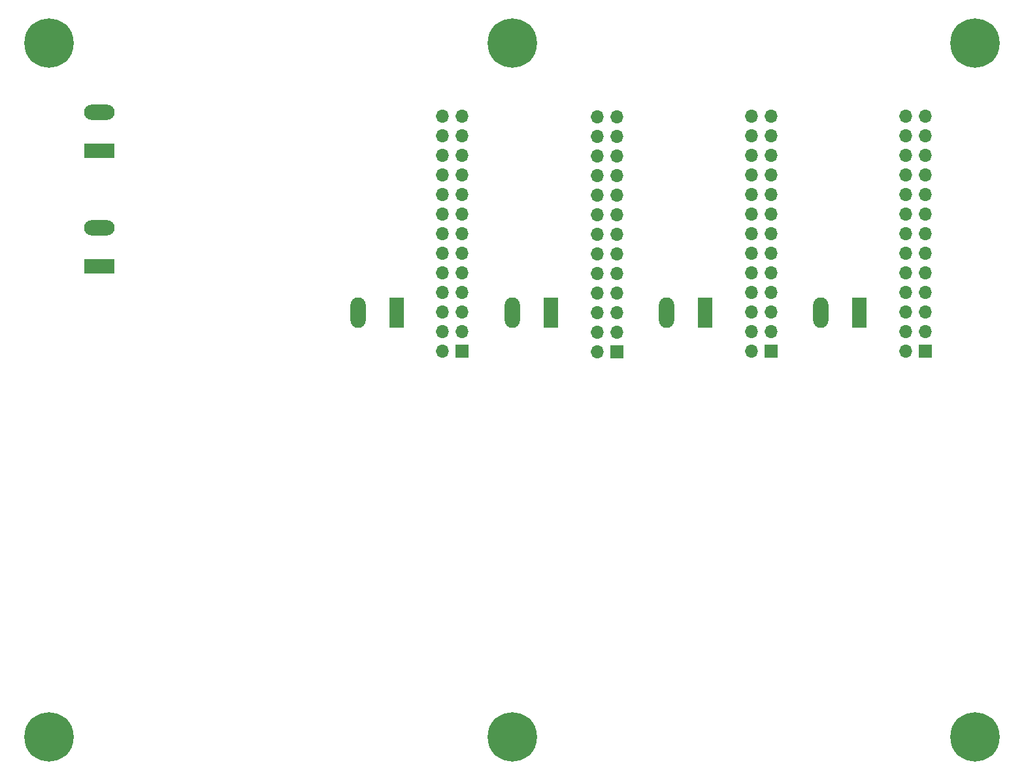
<source format=gbr>
%TF.GenerationSoftware,KiCad,Pcbnew,7.0.6-1.fc38*%
%TF.CreationDate,2023-08-16T20:18:50-04:00*%
%TF.ProjectId,atomic-pi-power-distribution,61746f6d-6963-42d7-9069-2d706f776572,rev?*%
%TF.SameCoordinates,Original*%
%TF.FileFunction,Soldermask,Bot*%
%TF.FilePolarity,Negative*%
%FSLAX46Y46*%
G04 Gerber Fmt 4.6, Leading zero omitted, Abs format (unit mm)*
G04 Created by KiCad (PCBNEW 7.0.6-1.fc38) date 2023-08-16 20:18:50*
%MOMM*%
%LPD*%
G01*
G04 APERTURE LIST*
%ADD10C,6.400000*%
%ADD11C,3.600000*%
%ADD12R,1.980000X3.960000*%
%ADD13O,1.980000X3.960000*%
%ADD14R,1.700000X1.700000*%
%ADD15O,1.700000X1.700000*%
%ADD16R,3.960000X1.980000*%
%ADD17O,3.960000X1.980000*%
G04 APERTURE END LIST*
D10*
%TO.C,H5*%
X175000000Y-55000000D03*
D11*
X175000000Y-55000000D03*
%TD*%
D10*
%TO.C,H6*%
X175000000Y-145000000D03*
D11*
X175000000Y-145000000D03*
%TD*%
D10*
%TO.C,H4*%
X115000000Y-145000000D03*
D11*
X115000000Y-145000000D03*
%TD*%
D10*
%TO.C,H3*%
X115000000Y-55000000D03*
D11*
X115000000Y-55000000D03*
%TD*%
D10*
%TO.C,H2*%
X55000000Y-145000000D03*
D11*
X55000000Y-145000000D03*
%TD*%
D10*
%TO.C,H1*%
X55000000Y-55000000D03*
D11*
X55000000Y-55000000D03*
%TD*%
D12*
%TO.C,J5*%
X160000000Y-90000000D03*
D13*
X155000000Y-90000000D03*
%TD*%
D12*
%TO.C,J7*%
X120000000Y-90000000D03*
D13*
X115000000Y-90000000D03*
%TD*%
D12*
%TO.C,J8*%
X100000000Y-90020000D03*
D13*
X95000000Y-90020000D03*
%TD*%
D14*
%TO.C,J4*%
X108540000Y-95000000D03*
D15*
X106000000Y-95000000D03*
X108540000Y-92460000D03*
X106000000Y-92460000D03*
X108540000Y-89920000D03*
X106000000Y-89920000D03*
X108540000Y-87380000D03*
X106000000Y-87380000D03*
X108540000Y-84840000D03*
X106000000Y-84840000D03*
X108540000Y-82300000D03*
X106000000Y-82300000D03*
X108540000Y-79760000D03*
X106000000Y-79760000D03*
X108540000Y-77220000D03*
X106000000Y-77220000D03*
X108540000Y-74680000D03*
X106000000Y-74680000D03*
X108540000Y-72140000D03*
X106000000Y-72140000D03*
X108540000Y-69600000D03*
X106000000Y-69600000D03*
X108540000Y-67060000D03*
X106000000Y-67060000D03*
X108540000Y-64520000D03*
X106000000Y-64520000D03*
%TD*%
%TO.C,J2*%
X146000000Y-64520000D03*
X148540000Y-64520000D03*
X146000000Y-67060000D03*
X148540000Y-67060000D03*
X146000000Y-69600000D03*
X148540000Y-69600000D03*
X146000000Y-72140000D03*
X148540000Y-72140000D03*
X146000000Y-74680000D03*
X148540000Y-74680000D03*
X146000000Y-77220000D03*
X148540000Y-77220000D03*
X146000000Y-79760000D03*
X148540000Y-79760000D03*
X146000000Y-82300000D03*
X148540000Y-82300000D03*
X146000000Y-84840000D03*
X148540000Y-84840000D03*
X146000000Y-87380000D03*
X148540000Y-87380000D03*
X146000000Y-89920000D03*
X148540000Y-89920000D03*
X146000000Y-92460000D03*
X148540000Y-92460000D03*
X146000000Y-95000000D03*
D14*
X148540000Y-95000000D03*
%TD*%
D16*
%TO.C,J10*%
X61500000Y-69000000D03*
D17*
X61500000Y-64000000D03*
%TD*%
D15*
%TO.C,J1*%
X166000000Y-64520000D03*
X168540000Y-64520000D03*
X166000000Y-67060000D03*
X168540000Y-67060000D03*
X166000000Y-69600000D03*
X168540000Y-69600000D03*
X166000000Y-72140000D03*
X168540000Y-72140000D03*
X166000000Y-74680000D03*
X168540000Y-74680000D03*
X166000000Y-77220000D03*
X168540000Y-77220000D03*
X166000000Y-79760000D03*
X168540000Y-79760000D03*
X166000000Y-82300000D03*
X168540000Y-82300000D03*
X166000000Y-84840000D03*
X168540000Y-84840000D03*
X166000000Y-87380000D03*
X168540000Y-87380000D03*
X166000000Y-89920000D03*
X168540000Y-89920000D03*
X166000000Y-92460000D03*
X168540000Y-92460000D03*
X166000000Y-95000000D03*
D14*
X168540000Y-95000000D03*
%TD*%
D12*
%TO.C,J6*%
X140000000Y-90000000D03*
D13*
X135000000Y-90000000D03*
%TD*%
D16*
%TO.C,J9*%
X61500000Y-84000000D03*
D17*
X61500000Y-79000000D03*
%TD*%
D15*
%TO.C,J3*%
X126000000Y-64600000D03*
X128540000Y-64600000D03*
X126000000Y-67140000D03*
X128540000Y-67140000D03*
X126000000Y-69680000D03*
X128540000Y-69680000D03*
X126000000Y-72220000D03*
X128540000Y-72220000D03*
X126000000Y-74760000D03*
X128540000Y-74760000D03*
X126000000Y-77300000D03*
X128540000Y-77300000D03*
X126000000Y-79840000D03*
X128540000Y-79840000D03*
X126000000Y-82380000D03*
X128540000Y-82380000D03*
X126000000Y-84920000D03*
X128540000Y-84920000D03*
X126000000Y-87460000D03*
X128540000Y-87460000D03*
X126000000Y-90000000D03*
X128540000Y-90000000D03*
X126000000Y-92540000D03*
X128540000Y-92540000D03*
X126000000Y-95080000D03*
D14*
X128540000Y-95080000D03*
%TD*%
M02*

</source>
